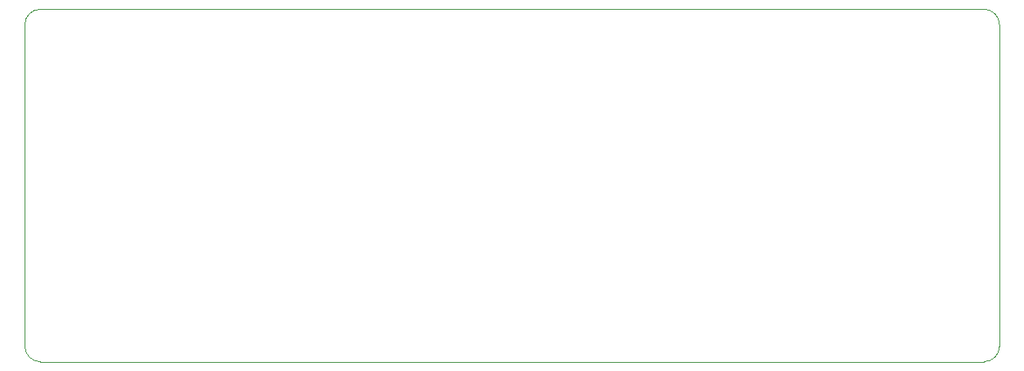
<source format=gbr>
%TF.GenerationSoftware,KiCad,Pcbnew,(5.99.0-2318-gf1aa7e523)*%
%TF.CreationDate,2020-10-19T15:18:08-05:00*%
%TF.ProjectId,micropa8,6d696372-6f70-4613-982e-6b696361645f,rev?*%
%TF.SameCoordinates,Original*%
%TF.FileFunction,Profile,NP*%
%FSLAX46Y46*%
G04 Gerber Fmt 4.6, Leading zero omitted, Abs format (unit mm)*
G04 Created by KiCad (PCBNEW (5.99.0-2318-gf1aa7e523)) date 2020-10-19 15:18:08*
%MOMM*%
%LPD*%
G01*
G04 APERTURE LIST*
%TA.AperFunction,Profile*%
%ADD10C,0.100000*%
%TD*%
G04 APERTURE END LIST*
D10*
X124618750Y-26193750D02*
X124618750Y-59531250D01*
X23812500Y-26193750D02*
G75*
G02*
X25400000Y-24606250I1587500J0D01*
G01*
X23812500Y-59531250D02*
X23812500Y-26193750D01*
X25400000Y-61118750D02*
G75*
G02*
X23812500Y-59531250I0J1587500D01*
G01*
X123031250Y-24606250D02*
X25400000Y-24606250D01*
X123031250Y-61118750D02*
X25400000Y-61118750D01*
X123031250Y-61118750D02*
G75*
G03*
X124618750Y-59531250I0J1587500D01*
G01*
X123031250Y-24606250D02*
G75*
G02*
X124618750Y-26193750I0J-1587500D01*
G01*
M02*

</source>
